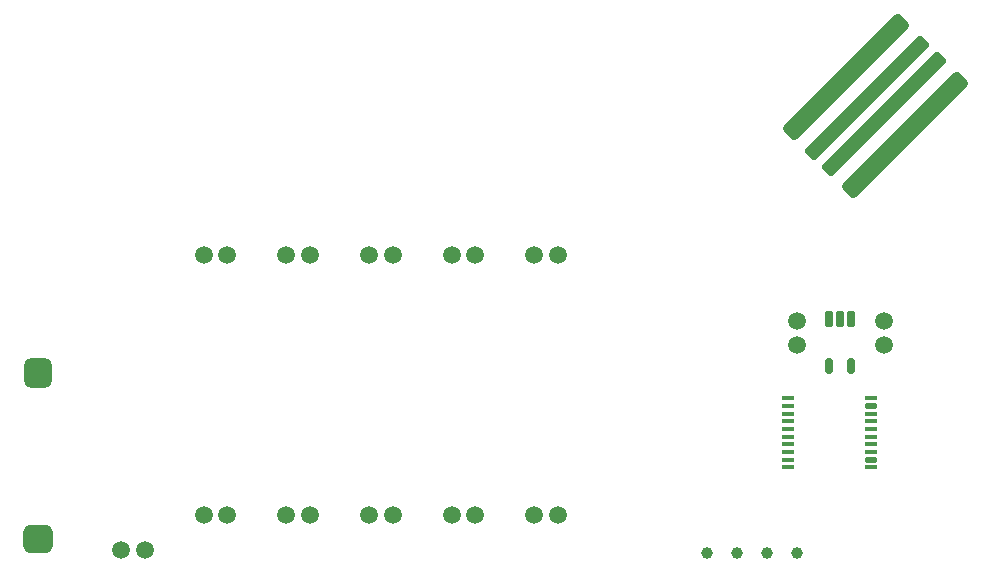
<source format=gbr>
%TF.GenerationSoftware,KiCad,Pcbnew,7.0.1*%
%TF.CreationDate,2023-07-03T20:41:50-04:00*%
%TF.ProjectId,business_card,62757369-6e65-4737-935f-636172642e6b,rev?*%
%TF.SameCoordinates,Original*%
%TF.FileFunction,Soldermask,Top*%
%TF.FilePolarity,Negative*%
%FSLAX46Y46*%
G04 Gerber Fmt 4.6, Leading zero omitted, Abs format (unit mm)*
G04 Created by KiCad (PCBNEW 7.0.1) date 2023-07-03 20:41:50*
%MOMM*%
%LPD*%
G01*
G04 APERTURE LIST*
G04 Aperture macros list*
%AMRoundRect*
0 Rectangle with rounded corners*
0 $1 Rounding radius*
0 $2 $3 $4 $5 $6 $7 $8 $9 X,Y pos of 4 corners*
0 Add a 4 corners polygon primitive as box body*
4,1,4,$2,$3,$4,$5,$6,$7,$8,$9,$2,$3,0*
0 Add four circle primitives for the rounded corners*
1,1,$1+$1,$2,$3*
1,1,$1+$1,$4,$5*
1,1,$1+$1,$6,$7*
1,1,$1+$1,$8,$9*
0 Add four rect primitives between the rounded corners*
20,1,$1+$1,$2,$3,$4,$5,0*
20,1,$1+$1,$4,$5,$6,$7,0*
20,1,$1+$1,$6,$7,$8,$9,0*
20,1,$1+$1,$8,$9,$2,$3,0*%
G04 Aperture macros list end*
%ADD10C,1.500000*%
%ADD11C,1.000000*%
%ADD12RoundRect,0.600000X-0.600000X-0.650000X0.600000X-0.650000X0.600000X0.650000X-0.600000X0.650000X0*%
%ADD13RoundRect,0.600000X-0.650000X-0.600000X0.650000X-0.600000X0.650000X0.600000X-0.650000X0.600000X0*%
%ADD14RoundRect,0.400000X-4.949747X-4.384062X-4.384062X-4.949747X4.949747X4.384062X4.384062X4.949747X0*%
%ADD15RoundRect,0.325000X-4.949747X-4.490128X-4.490128X-4.949747X4.949747X4.490128X4.490128X4.949747X0*%
%ADD16RoundRect,0.100000X0.400000X0.100000X-0.400000X0.100000X-0.400000X-0.100000X0.400000X-0.100000X0*%
%ADD17RoundRect,0.093750X0.406250X0.093750X-0.406250X0.093750X-0.406250X-0.093750X0.406250X-0.093750X0*%
%ADD18RoundRect,0.118750X0.381250X0.118750X-0.381250X0.118750X-0.381250X-0.118750X0.381250X-0.118750X0*%
%ADD19RoundRect,0.106250X0.393750X0.106250X-0.393750X0.106250X-0.393750X-0.106250X0.393750X-0.106250X0*%
%ADD20RoundRect,0.150000X0.150000X-0.550000X0.150000X0.550000X-0.150000X0.550000X-0.150000X-0.550000X0*%
%ADD21RoundRect,0.150000X0.150000X-0.500000X0.150000X0.500000X-0.150000X0.500000X-0.150000X-0.500000X0*%
G04 APERTURE END LIST*
D10*
%TO.C,D4*%
X68000000Y-51000000D03*
X66000000Y-51000000D03*
%TD*%
D11*
%TO.C,TP3*%
X104140000Y-76200000D03*
%TD*%
D10*
%TO.C,R6*%
X52000000Y-76000000D03*
X54000000Y-76000000D03*
%TD*%
%TO.C,R4*%
X68000000Y-73000000D03*
X66000000Y-73000000D03*
%TD*%
D12*
%TO.C,BZ1*%
X45000000Y-61000000D03*
D13*
X45000000Y-75000000D03*
%TD*%
D10*
%TO.C,D3*%
X75000000Y-51000000D03*
X73000000Y-51000000D03*
%TD*%
%TO.C,D2*%
X89000000Y-51000000D03*
X87000000Y-51000000D03*
%TD*%
%TO.C,C2*%
X109200000Y-58600000D03*
X109200000Y-56600000D03*
%TD*%
D14*
%TO.C,J1*%
X113400000Y-35900000D03*
D15*
X115167767Y-37667767D03*
X116581981Y-39081980D03*
D14*
X118349747Y-40849747D03*
%TD*%
D16*
%TO.C,U1*%
X108500000Y-68965000D03*
X108500000Y-68315000D03*
X108500000Y-67665000D03*
X108500000Y-67015000D03*
D17*
X108500000Y-66352500D03*
D16*
X108500000Y-65715000D03*
X108500000Y-65065000D03*
X108500000Y-64415000D03*
X108500000Y-63765000D03*
X108500000Y-63115000D03*
X115500000Y-63115000D03*
D18*
X115500000Y-63802500D03*
D16*
X115500000Y-64415000D03*
X115500000Y-65065000D03*
X115500000Y-65715000D03*
D17*
X115500000Y-66352500D03*
D16*
X115500000Y-67015000D03*
X115500000Y-67665000D03*
D19*
X115500000Y-68327500D03*
D16*
X115500000Y-68965000D03*
%TD*%
D11*
%TO.C,TP4*%
X109220000Y-76200000D03*
%TD*%
D10*
%TO.C,R3*%
X75000000Y-73000000D03*
X73000000Y-73000000D03*
%TD*%
%TO.C,C1*%
X116600000Y-56600000D03*
X116600000Y-58600000D03*
%TD*%
%TO.C,D5*%
X61000000Y-51000000D03*
X59000000Y-51000000D03*
%TD*%
D20*
%TO.C,U2*%
X111900000Y-56400000D03*
X112850000Y-56400000D03*
X113800000Y-56400000D03*
D21*
X113800000Y-60350000D03*
X111900000Y-60350000D03*
%TD*%
D11*
%TO.C,TP1*%
X101600000Y-76200000D03*
%TD*%
D10*
%TO.C,R5*%
X61000000Y-73000000D03*
X59000000Y-73000000D03*
%TD*%
%TO.C,R2*%
X89000000Y-73000000D03*
X87000000Y-73000000D03*
%TD*%
%TO.C,D1*%
X82000000Y-51000000D03*
X80000000Y-51000000D03*
%TD*%
%TO.C,R1*%
X82000000Y-73000000D03*
X80000000Y-73000000D03*
%TD*%
D11*
%TO.C,TP2*%
X106680000Y-76200000D03*
%TD*%
M02*

</source>
